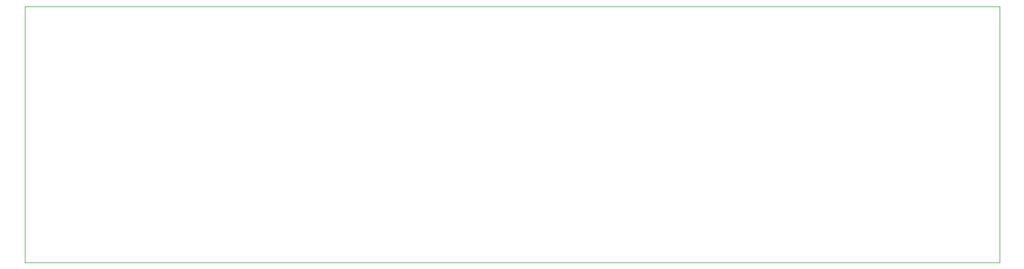
<source format=gbr>
%TF.GenerationSoftware,KiCad,Pcbnew,8.0.1-8.0.1-1~ubuntu22.04.1*%
%TF.CreationDate,2024-04-28T12:17:03-04:00*%
%TF.ProjectId,control-panel,636f6e74-726f-46c2-9d70-616e656c2e6b,rev?*%
%TF.SameCoordinates,Original*%
%TF.FileFunction,Profile,NP*%
%FSLAX46Y46*%
G04 Gerber Fmt 4.6, Leading zero omitted, Abs format (unit mm)*
G04 Created by KiCad (PCBNEW 8.0.1-8.0.1-1~ubuntu22.04.1) date 2024-04-28 12:17:03*
%MOMM*%
%LPD*%
G01*
G04 APERTURE LIST*
%TA.AperFunction,Profile*%
%ADD10C,0.100000*%
%TD*%
G04 APERTURE END LIST*
D10*
X74930000Y-49530000D02*
X227330000Y-49530000D01*
X74930000Y-89535000D02*
X74930000Y-49530000D01*
X227330000Y-49530000D02*
X227330000Y-89535000D01*
X227330000Y-89535000D02*
X74930000Y-89535000D01*
M02*

</source>
